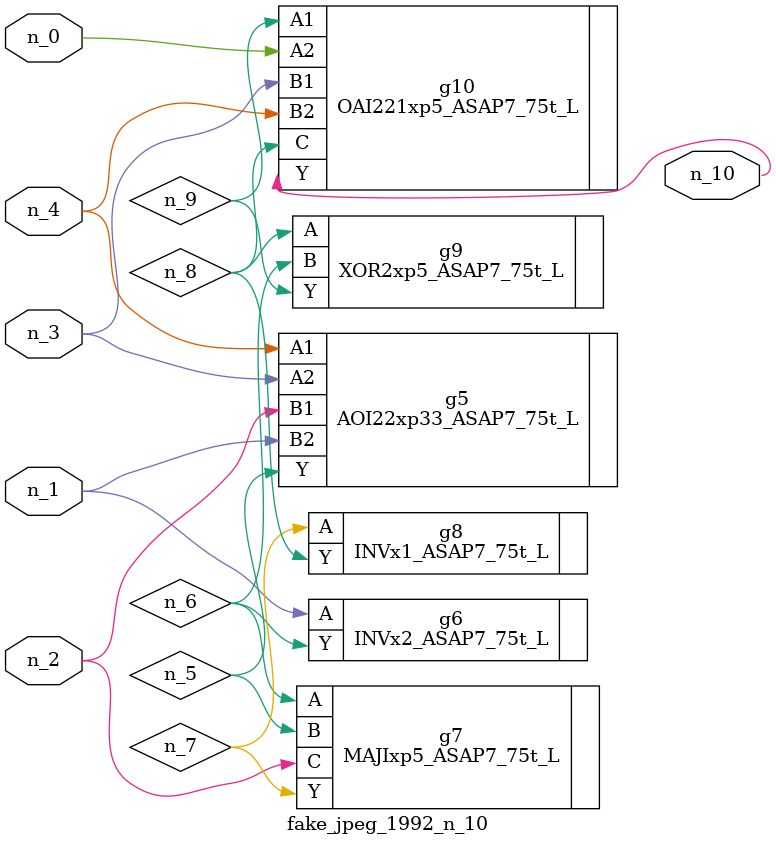
<source format=v>
module fake_jpeg_1992_n_10 (n_3, n_2, n_1, n_0, n_4, n_10);

input n_3;
input n_2;
input n_1;
input n_0;
input n_4;

output n_10;

wire n_8;
wire n_9;
wire n_6;
wire n_5;
wire n_7;

AOI22xp33_ASAP7_75t_L g5 ( 
.A1(n_4),
.A2(n_3),
.B1(n_2),
.B2(n_1),
.Y(n_5)
);

INVx2_ASAP7_75t_L g6 ( 
.A(n_1),
.Y(n_6)
);

MAJIxp5_ASAP7_75t_L g7 ( 
.A(n_6),
.B(n_5),
.C(n_2),
.Y(n_7)
);

INVx1_ASAP7_75t_L g8 ( 
.A(n_7),
.Y(n_8)
);

XOR2xp5_ASAP7_75t_L g9 ( 
.A(n_8),
.B(n_6),
.Y(n_9)
);

OAI221xp5_ASAP7_75t_L g10 ( 
.A1(n_9),
.A2(n_0),
.B1(n_3),
.B2(n_4),
.C(n_8),
.Y(n_10)
);


endmodule
</source>
